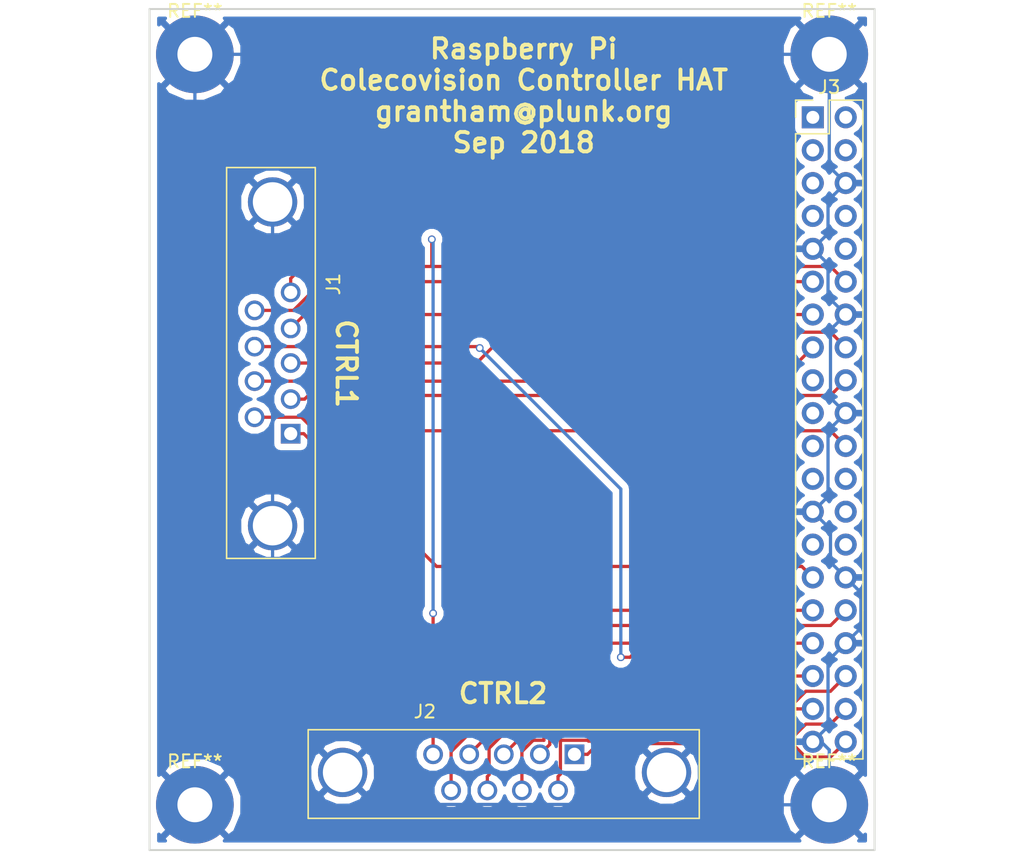
<source format=kicad_pcb>
(kicad_pcb (version 4) (host pcbnew 4.0.6)

  (general
    (links 33)
    (no_connects 0)
    (area 115.871429 55.675 195.128572 122.425)
    (thickness 1.6)
    (drawings 7)
    (tracks 146)
    (zones 0)
    (modules 7)
    (nets 34)
  )

  (page A4)
  (layers
    (0 F.Cu signal)
    (31 B.Cu signal)
    (32 B.Adhes user)
    (33 F.Adhes user)
    (34 B.Paste user)
    (35 F.Paste user)
    (36 B.SilkS user)
    (37 F.SilkS user)
    (38 B.Mask user)
    (39 F.Mask user)
    (40 Dwgs.User user)
    (41 Cmts.User user)
    (42 Eco1.User user)
    (43 Eco2.User user)
    (44 Edge.Cuts user)
    (45 Margin user)
    (46 B.CrtYd user)
    (47 F.CrtYd user)
    (48 B.Fab user)
    (49 F.Fab user)
  )

  (setup
    (last_trace_width 0.25)
    (trace_clearance 0.2)
    (zone_clearance 0.508)
    (zone_45_only no)
    (trace_min 0.2)
    (segment_width 0.2)
    (edge_width 0.15)
    (via_size 0.6)
    (via_drill 0.4)
    (via_min_size 0.4)
    (via_min_drill 0.3)
    (uvia_size 0.3)
    (uvia_drill 0.1)
    (uvias_allowed no)
    (uvia_min_size 0.2)
    (uvia_min_drill 0.1)
    (pcb_text_width 0.3)
    (pcb_text_size 1.5 1.5)
    (mod_edge_width 0.15)
    (mod_text_size 1 1)
    (mod_text_width 0.15)
    (pad_size 6 6)
    (pad_drill 2.7)
    (pad_to_mask_clearance 0.2)
    (aux_axis_origin 0 0)
    (visible_elements FFFFFF7F)
    (pcbplotparams
      (layerselection 0x010f0_80000001)
      (usegerberextensions true)
      (excludeedgelayer true)
      (linewidth 0.100000)
      (plotframeref false)
      (viasonmask false)
      (mode 1)
      (useauxorigin false)
      (hpglpennumber 1)
      (hpglpenspeed 20)
      (hpglpendiameter 15)
      (hpglpenoverlay 2)
      (psnegative false)
      (psa4output false)
      (plotreference true)
      (plotvalue false)
      (plotinvisibletext false)
      (padsonsilk false)
      (subtractmaskfromsilk false)
      (outputformat 1)
      (mirror false)
      (drillshape 0)
      (scaleselection 1)
      (outputdirectory gerber))
  )

  (net 0 "")
  (net 1 GND)
  (net 2 N1)
  (net 3 S1)
  (net 4 W1)
  (net 5 E1)
  (net 6 SELECT_KEYPAD)
  (net 7 FIRE1)
  (net 8 QUADA1)
  (net 9 SELECT_JOYSTICK)
  (net 10 QUADB1)
  (net 11 N2)
  (net 12 S2)
  (net 13 W2)
  (net 14 E2)
  (net 15 FIRE2)
  (net 16 QUADA2)
  (net 17 QUADB2)
  (net 18 "Net-(J3-Pad1)")
  (net 19 "Net-(J3-Pad2)")
  (net 20 "Net-(J3-Pad3)")
  (net 21 "Net-(J3-Pad4)")
  (net 22 "Net-(J3-Pad5)")
  (net 23 "Net-(J3-Pad7)")
  (net 24 "Net-(J3-Pad8)")
  (net 25 "Net-(J3-Pad10)")
  (net 26 "Net-(J3-Pad17)")
  (net 27 "Net-(J3-Pad19)")
  (net 28 "Net-(J3-Pad21)")
  (net 29 "Net-(J3-Pad23)")
  (net 30 "Net-(J3-Pad24)")
  (net 31 "Net-(J3-Pad26)")
  (net 32 "Net-(J3-Pad27)")
  (net 33 "Net-(J3-Pad28)")

  (net_class Default "This is the default net class."
    (clearance 0.2)
    (trace_width 0.25)
    (via_dia 0.6)
    (via_drill 0.4)
    (uvia_dia 0.3)
    (uvia_drill 0.1)
    (add_net E1)
    (add_net E2)
    (add_net FIRE1)
    (add_net FIRE2)
    (add_net GND)
    (add_net N1)
    (add_net N2)
    (add_net "Net-(J3-Pad1)")
    (add_net "Net-(J3-Pad10)")
    (add_net "Net-(J3-Pad17)")
    (add_net "Net-(J3-Pad19)")
    (add_net "Net-(J3-Pad2)")
    (add_net "Net-(J3-Pad21)")
    (add_net "Net-(J3-Pad23)")
    (add_net "Net-(J3-Pad24)")
    (add_net "Net-(J3-Pad26)")
    (add_net "Net-(J3-Pad27)")
    (add_net "Net-(J3-Pad28)")
    (add_net "Net-(J3-Pad3)")
    (add_net "Net-(J3-Pad4)")
    (add_net "Net-(J3-Pad5)")
    (add_net "Net-(J3-Pad7)")
    (add_net "Net-(J3-Pad8)")
    (add_net QUADA1)
    (add_net QUADA2)
    (add_net QUADB1)
    (add_net QUADB2)
    (add_net S1)
    (add_net S2)
    (add_net SELECT_JOYSTICK)
    (add_net SELECT_KEYPAD)
    (add_net W1)
    (add_net W2)
  )

  (module Mounting_Holes:MountingHole_2.7mm_M2.5_DIN965_Pad (layer F.Cu) (tedit 5BAFCBC2) (tstamp 5BAFC2E0)
    (at 131 118)
    (descr "Mounting Hole 2.7mm, M2.5, DIN965")
    (tags "mounting hole 2.7mm m2.5 din965")
    (fp_text reference REF** (at 0 -3.35) (layer F.SilkS)
      (effects (font (size 1 1) (thickness 0.15)))
    )
    (fp_text value MountingHole_2.7mm_M2.5_DIN965_Pad (at 0 3.35) (layer F.Fab)
      (effects (font (size 1 1) (thickness 0.15)))
    )
    (fp_circle (center 0 0) (end 2.35 0) (layer Cmts.User) (width 0.15))
    (fp_circle (center 0 0) (end 2.6 0) (layer F.CrtYd) (width 0.05))
    (pad 1 thru_hole circle (at 0 0) (size 6 6) (drill 2.7) (layers *.Cu *.Mask)
      (net 1 GND))
  )

  (module Mounting_Holes:MountingHole_2.7mm_M2.5_DIN965_Pad (layer F.Cu) (tedit 5BAFCB9A) (tstamp 5BAFC2A8)
    (at 131 60)
    (descr "Mounting Hole 2.7mm, M2.5, DIN965")
    (tags "mounting hole 2.7mm m2.5 din965")
    (fp_text reference REF** (at 0 -3.35) (layer F.SilkS)
      (effects (font (size 1 1) (thickness 0.15)))
    )
    (fp_text value MountingHole_2.7mm_M2.5_DIN965_Pad (at 0 3.35) (layer F.Fab)
      (effects (font (size 1 1) (thickness 0.15)))
    )
    (fp_circle (center 0 0) (end 2.35 0) (layer Cmts.User) (width 0.15))
    (fp_circle (center 0 0) (end 2.6 0) (layer F.CrtYd) (width 0.05))
    (pad 1 thru_hole circle (at 0 0) (size 6 6) (drill 2.7) (layers *.Cu *.Mask)
      (net 1 GND))
  )

  (module Mounting_Holes:MountingHole_2.7mm_M2.5_DIN965_Pad (layer F.Cu) (tedit 5BAFCBB8) (tstamp 5BAFC1ED)
    (at 180 118)
    (descr "Mounting Hole 2.7mm, M2.5, DIN965")
    (tags "mounting hole 2.7mm m2.5 din965")
    (fp_text reference REF** (at 0 -3.35) (layer F.SilkS)
      (effects (font (size 1 1) (thickness 0.15)))
    )
    (fp_text value MountingHole_2.7mm_M2.5_DIN965_Pad (at 0 3.35) (layer F.Fab)
      (effects (font (size 1 1) (thickness 0.15)))
    )
    (fp_circle (center 0 0) (end 2.35 0) (layer Cmts.User) (width 0.15))
    (fp_circle (center 0 0) (end 2.6 0) (layer F.CrtYd) (width 0.05))
    (pad 1 thru_hole circle (at 0 0) (size 6 6) (drill 2.7) (layers *.Cu *.Mask)
      (net 1 GND))
  )

  (module Connectors:DB9FD (layer F.Cu) (tedit 587FDEBE) (tstamp 5BAFC143)
    (at 138.4 89.32 270)
    (descr "Connecteur DB9 femelle droit")
    (tags "CONN DB9")
    (path /5BAF9A20)
    (fp_text reference J1 (at -11.56 -3.3 450) (layer F.SilkS)
      (effects (font (size 1 1) (thickness 0.15)))
    )
    (fp_text value CTRL1 (at 0.63 -3.3 270) (layer F.Fab)
      (effects (font (size 1 1) (thickness 0.15)))
    )
    (fp_line (start -20.45 -1.78) (end -20.45 4.83) (layer F.Fab) (width 0.1))
    (fp_line (start -20.45 4.83) (end 9.53 4.83) (layer F.Fab) (width 0.1))
    (fp_line (start 9.53 4.83) (end 9.53 -1.78) (layer F.Fab) (width 0.1))
    (fp_line (start 9.53 -1.78) (end -20.45 -1.78) (layer F.Fab) (width 0.1))
    (fp_line (start -20.7 -2.03) (end 9.78 -2.03) (layer F.CrtYd) (width 0.05))
    (fp_line (start -20.7 -2.03) (end -20.7 5.08) (layer F.CrtYd) (width 0.05))
    (fp_line (start 9.78 5.08) (end 9.78 -2.03) (layer F.CrtYd) (width 0.05))
    (fp_line (start 9.78 5.08) (end -20.7 5.08) (layer F.CrtYd) (width 0.05))
    (fp_line (start -20.57 -1.9) (end 9.64 -1.9) (layer F.SilkS) (width 0.12))
    (fp_line (start -20.57 -1.9) (end -20.57 4.95) (layer F.SilkS) (width 0.12))
    (fp_line (start 9.64 4.95) (end 9.64 -1.9) (layer F.SilkS) (width 0.12))
    (fp_line (start 9.64 4.95) (end -20.57 4.95) (layer F.SilkS) (width 0.12))
    (pad 0 thru_hole circle (at -17.91 1.4 270) (size 3.81 3.81) (drill 3.05) (layers *.Cu *.Mask)
      (net 1 GND))
    (pad 0 thru_hole circle (at 7.11 1.4 270) (size 3.81 3.81) (drill 3.05) (layers *.Cu *.Mask)
      (net 1 GND))
    (pad 1 thru_hole rect (at 0 0 270) (size 1.52 1.52) (drill 1.02) (layers *.Cu *.Mask)
      (net 2 N1))
    (pad 2 thru_hole circle (at -2.67 0 270) (size 1.52 1.52) (drill 1.02) (layers *.Cu *.Mask)
      (net 3 S1))
    (pad 3 thru_hole circle (at -5.46 0 270) (size 1.52 1.52) (drill 1.02) (layers *.Cu *.Mask)
      (net 4 W1))
    (pad 4 thru_hole circle (at -8.13 0 270) (size 1.52 1.52) (drill 1.02) (layers *.Cu *.Mask)
      (net 5 E1))
    (pad 5 thru_hole circle (at -10.92 0 270) (size 1.52 1.52) (drill 1.02) (layers *.Cu *.Mask)
      (net 6 SELECT_KEYPAD))
    (pad 6 thru_hole circle (at -1.27 2.79 270) (size 1.52 1.52) (drill 1.02) (layers *.Cu *.Mask)
      (net 7 FIRE1))
    (pad 7 thru_hole circle (at -4.06 2.79 270) (size 1.52 1.52) (drill 1.02) (layers *.Cu *.Mask)
      (net 8 QUADA1))
    (pad 8 thru_hole circle (at -6.73 2.79 270) (size 1.52 1.52) (drill 1.02) (layers *.Cu *.Mask)
      (net 9 SELECT_JOYSTICK))
    (pad 9 thru_hole circle (at -9.53 2.79 270) (size 1.52 1.52) (drill 1.02) (layers *.Cu *.Mask)
      (net 10 QUADB1))
    (model ${KISYS3DMOD}/Connectors.3dshapes/DB9FD.wrl
      (at (xyz -0.2086614173228347 -0.05118110236220473 0))
      (scale (xyz 1 1 1))
      (rotate (xyz 0 0 0))
    )
  )

  (module Connectors:DB9FD (layer F.Cu) (tedit 587FDEBE) (tstamp 5BAFC152)
    (at 160.32 114.1)
    (descr "Connecteur DB9 femelle droit")
    (tags "CONN DB9")
    (path /5BAF9AF6)
    (fp_text reference J2 (at -11.56 -3.3 180) (layer F.SilkS)
      (effects (font (size 1 1) (thickness 0.15)))
    )
    (fp_text value CTRL2 (at 0.63 -3.3) (layer F.Fab)
      (effects (font (size 1 1) (thickness 0.15)))
    )
    (fp_line (start -20.45 -1.78) (end -20.45 4.83) (layer F.Fab) (width 0.1))
    (fp_line (start -20.45 4.83) (end 9.53 4.83) (layer F.Fab) (width 0.1))
    (fp_line (start 9.53 4.83) (end 9.53 -1.78) (layer F.Fab) (width 0.1))
    (fp_line (start 9.53 -1.78) (end -20.45 -1.78) (layer F.Fab) (width 0.1))
    (fp_line (start -20.7 -2.03) (end 9.78 -2.03) (layer F.CrtYd) (width 0.05))
    (fp_line (start -20.7 -2.03) (end -20.7 5.08) (layer F.CrtYd) (width 0.05))
    (fp_line (start 9.78 5.08) (end 9.78 -2.03) (layer F.CrtYd) (width 0.05))
    (fp_line (start 9.78 5.08) (end -20.7 5.08) (layer F.CrtYd) (width 0.05))
    (fp_line (start -20.57 -1.9) (end 9.64 -1.9) (layer F.SilkS) (width 0.12))
    (fp_line (start -20.57 -1.9) (end -20.57 4.95) (layer F.SilkS) (width 0.12))
    (fp_line (start 9.64 4.95) (end 9.64 -1.9) (layer F.SilkS) (width 0.12))
    (fp_line (start 9.64 4.95) (end -20.57 4.95) (layer F.SilkS) (width 0.12))
    (pad 0 thru_hole circle (at -17.91 1.4) (size 3.81 3.81) (drill 3.05) (layers *.Cu *.Mask)
      (net 1 GND))
    (pad 0 thru_hole circle (at 7.11 1.4) (size 3.81 3.81) (drill 3.05) (layers *.Cu *.Mask)
      (net 1 GND))
    (pad 1 thru_hole rect (at 0 0) (size 1.52 1.52) (drill 1.02) (layers *.Cu *.Mask)
      (net 11 N2))
    (pad 2 thru_hole circle (at -2.67 0) (size 1.52 1.52) (drill 1.02) (layers *.Cu *.Mask)
      (net 12 S2))
    (pad 3 thru_hole circle (at -5.46 0) (size 1.52 1.52) (drill 1.02) (layers *.Cu *.Mask)
      (net 13 W2))
    (pad 4 thru_hole circle (at -8.13 0) (size 1.52 1.52) (drill 1.02) (layers *.Cu *.Mask)
      (net 14 E2))
    (pad 5 thru_hole circle (at -10.92 0) (size 1.52 1.52) (drill 1.02) (layers *.Cu *.Mask)
      (net 6 SELECT_KEYPAD))
    (pad 6 thru_hole circle (at -1.27 2.79) (size 1.52 1.52) (drill 1.02) (layers *.Cu *.Mask)
      (net 15 FIRE2))
    (pad 7 thru_hole circle (at -4.06 2.79) (size 1.52 1.52) (drill 1.02) (layers *.Cu *.Mask)
      (net 16 QUADA2))
    (pad 8 thru_hole circle (at -6.73 2.79) (size 1.52 1.52) (drill 1.02) (layers *.Cu *.Mask)
      (net 9 SELECT_JOYSTICK))
    (pad 9 thru_hole circle (at -9.53 2.79) (size 1.52 1.52) (drill 1.02) (layers *.Cu *.Mask)
      (net 17 QUADB2))
    (model ${KISYS3DMOD}/Connectors.3dshapes/DB9FD.wrl
      (at (xyz -0.2086614173228347 -0.05118110236220473 0))
      (scale (xyz 1 1 1))
      (rotate (xyz 0 0 0))
    )
  )

  (module Pin_Headers:Pin_Header_Straight_2x20_Pitch2.54mm (layer F.Cu) (tedit 59650533) (tstamp 5BAFC17E)
    (at 178.73 64.87)
    (descr "Through hole straight pin header, 2x20, 2.54mm pitch, double rows")
    (tags "Through hole pin header THT 2x20 2.54mm double row")
    (path /5BAFA0F9)
    (fp_text reference J3 (at 1.27 -2.33) (layer F.SilkS)
      (effects (font (size 1 1) (thickness 0.15)))
    )
    (fp_text value PI_HEADER (at 1.27 50.59) (layer F.Fab)
      (effects (font (size 1 1) (thickness 0.15)))
    )
    (fp_line (start 0 -1.27) (end 3.81 -1.27) (layer F.Fab) (width 0.1))
    (fp_line (start 3.81 -1.27) (end 3.81 49.53) (layer F.Fab) (width 0.1))
    (fp_line (start 3.81 49.53) (end -1.27 49.53) (layer F.Fab) (width 0.1))
    (fp_line (start -1.27 49.53) (end -1.27 0) (layer F.Fab) (width 0.1))
    (fp_line (start -1.27 0) (end 0 -1.27) (layer F.Fab) (width 0.1))
    (fp_line (start -1.33 49.59) (end 3.87 49.59) (layer F.SilkS) (width 0.12))
    (fp_line (start -1.33 1.27) (end -1.33 49.59) (layer F.SilkS) (width 0.12))
    (fp_line (start 3.87 -1.33) (end 3.87 49.59) (layer F.SilkS) (width 0.12))
    (fp_line (start -1.33 1.27) (end 1.27 1.27) (layer F.SilkS) (width 0.12))
    (fp_line (start 1.27 1.27) (end 1.27 -1.33) (layer F.SilkS) (width 0.12))
    (fp_line (start 1.27 -1.33) (end 3.87 -1.33) (layer F.SilkS) (width 0.12))
    (fp_line (start -1.33 0) (end -1.33 -1.33) (layer F.SilkS) (width 0.12))
    (fp_line (start -1.33 -1.33) (end 0 -1.33) (layer F.SilkS) (width 0.12))
    (fp_line (start -1.8 -1.8) (end -1.8 50.05) (layer F.CrtYd) (width 0.05))
    (fp_line (start -1.8 50.05) (end 4.35 50.05) (layer F.CrtYd) (width 0.05))
    (fp_line (start 4.35 50.05) (end 4.35 -1.8) (layer F.CrtYd) (width 0.05))
    (fp_line (start 4.35 -1.8) (end -1.8 -1.8) (layer F.CrtYd) (width 0.05))
    (fp_text user %R (at 1.27 24.13 90) (layer F.Fab)
      (effects (font (size 1 1) (thickness 0.15)))
    )
    (pad 1 thru_hole rect (at 0 0) (size 1.7 1.7) (drill 1) (layers *.Cu *.Mask)
      (net 18 "Net-(J3-Pad1)"))
    (pad 2 thru_hole oval (at 2.54 0) (size 1.7 1.7) (drill 1) (layers *.Cu *.Mask)
      (net 19 "Net-(J3-Pad2)"))
    (pad 3 thru_hole oval (at 0 2.54) (size 1.7 1.7) (drill 1) (layers *.Cu *.Mask)
      (net 20 "Net-(J3-Pad3)"))
    (pad 4 thru_hole oval (at 2.54 2.54) (size 1.7 1.7) (drill 1) (layers *.Cu *.Mask)
      (net 21 "Net-(J3-Pad4)"))
    (pad 5 thru_hole oval (at 0 5.08) (size 1.7 1.7) (drill 1) (layers *.Cu *.Mask)
      (net 22 "Net-(J3-Pad5)"))
    (pad 6 thru_hole oval (at 2.54 5.08) (size 1.7 1.7) (drill 1) (layers *.Cu *.Mask)
      (net 1 GND))
    (pad 7 thru_hole oval (at 0 7.62) (size 1.7 1.7) (drill 1) (layers *.Cu *.Mask)
      (net 23 "Net-(J3-Pad7)"))
    (pad 8 thru_hole oval (at 2.54 7.62) (size 1.7 1.7) (drill 1) (layers *.Cu *.Mask)
      (net 24 "Net-(J3-Pad8)"))
    (pad 9 thru_hole oval (at 0 10.16) (size 1.7 1.7) (drill 1) (layers *.Cu *.Mask)
      (net 1 GND))
    (pad 10 thru_hole oval (at 2.54 10.16) (size 1.7 1.7) (drill 1) (layers *.Cu *.Mask)
      (net 25 "Net-(J3-Pad10)"))
    (pad 11 thru_hole oval (at 0 12.7) (size 1.7 1.7) (drill 1) (layers *.Cu *.Mask)
      (net 10 QUADB1))
    (pad 12 thru_hole oval (at 2.54 12.7) (size 1.7 1.7) (drill 1) (layers *.Cu *.Mask)
      (net 6 SELECT_KEYPAD))
    (pad 13 thru_hole oval (at 0 15.24) (size 1.7 1.7) (drill 1) (layers *.Cu *.Mask)
      (net 5 E1))
    (pad 14 thru_hole oval (at 2.54 15.24) (size 1.7 1.7) (drill 1) (layers *.Cu *.Mask)
      (net 1 GND))
    (pad 15 thru_hole oval (at 0 17.78) (size 1.7 1.7) (drill 1) (layers *.Cu *.Mask)
      (net 8 QUADA1))
    (pad 16 thru_hole oval (at 2.54 17.78) (size 1.7 1.7) (drill 1) (layers *.Cu *.Mask)
      (net 4 W1))
    (pad 17 thru_hole oval (at 0 20.32) (size 1.7 1.7) (drill 1) (layers *.Cu *.Mask)
      (net 26 "Net-(J3-Pad17)"))
    (pad 18 thru_hole oval (at 2.54 20.32) (size 1.7 1.7) (drill 1) (layers *.Cu *.Mask)
      (net 3 S1))
    (pad 19 thru_hole oval (at 0 22.86) (size 1.7 1.7) (drill 1) (layers *.Cu *.Mask)
      (net 27 "Net-(J3-Pad19)"))
    (pad 20 thru_hole oval (at 2.54 22.86) (size 1.7 1.7) (drill 1) (layers *.Cu *.Mask)
      (net 1 GND))
    (pad 21 thru_hole oval (at 0 25.4) (size 1.7 1.7) (drill 1) (layers *.Cu *.Mask)
      (net 28 "Net-(J3-Pad21)"))
    (pad 22 thru_hole oval (at 2.54 25.4) (size 1.7 1.7) (drill 1) (layers *.Cu *.Mask)
      (net 7 FIRE1))
    (pad 23 thru_hole oval (at 0 27.94) (size 1.7 1.7) (drill 1) (layers *.Cu *.Mask)
      (net 29 "Net-(J3-Pad23)"))
    (pad 24 thru_hole oval (at 2.54 27.94) (size 1.7 1.7) (drill 1) (layers *.Cu *.Mask)
      (net 30 "Net-(J3-Pad24)"))
    (pad 25 thru_hole oval (at 0 30.48) (size 1.7 1.7) (drill 1) (layers *.Cu *.Mask)
      (net 1 GND))
    (pad 26 thru_hole oval (at 2.54 30.48) (size 1.7 1.7) (drill 1) (layers *.Cu *.Mask)
      (net 31 "Net-(J3-Pad26)"))
    (pad 27 thru_hole oval (at 0 33.02) (size 1.7 1.7) (drill 1) (layers *.Cu *.Mask)
      (net 32 "Net-(J3-Pad27)"))
    (pad 28 thru_hole oval (at 2.54 33.02) (size 1.7 1.7) (drill 1) (layers *.Cu *.Mask)
      (net 33 "Net-(J3-Pad28)"))
    (pad 29 thru_hole oval (at 0 35.56) (size 1.7 1.7) (drill 1) (layers *.Cu *.Mask)
      (net 2 N1))
    (pad 30 thru_hole oval (at 2.54 35.56) (size 1.7 1.7) (drill 1) (layers *.Cu *.Mask)
      (net 1 GND))
    (pad 31 thru_hole oval (at 0 38.1) (size 1.7 1.7) (drill 1) (layers *.Cu *.Mask)
      (net 17 QUADB2))
    (pad 32 thru_hole oval (at 2.54 38.1) (size 1.7 1.7) (drill 1) (layers *.Cu *.Mask)
      (net 14 E2))
    (pad 33 thru_hole oval (at 0 40.64) (size 1.7 1.7) (drill 1) (layers *.Cu *.Mask)
      (net 9 SELECT_JOYSTICK))
    (pad 34 thru_hole oval (at 2.54 40.64) (size 1.7 1.7) (drill 1) (layers *.Cu *.Mask)
      (net 1 GND))
    (pad 35 thru_hole oval (at 0 43.18) (size 1.7 1.7) (drill 1) (layers *.Cu *.Mask)
      (net 13 W2))
    (pad 36 thru_hole oval (at 2.54 43.18) (size 1.7 1.7) (drill 1) (layers *.Cu *.Mask)
      (net 16 QUADA2))
    (pad 37 thru_hole oval (at 0 45.72) (size 1.7 1.7) (drill 1) (layers *.Cu *.Mask)
      (net 12 S2))
    (pad 38 thru_hole oval (at 2.54 45.72) (size 1.7 1.7) (drill 1) (layers *.Cu *.Mask)
      (net 15 FIRE2))
    (pad 39 thru_hole oval (at 0 48.26) (size 1.7 1.7) (drill 1) (layers *.Cu *.Mask)
      (net 1 GND))
    (pad 40 thru_hole oval (at 2.54 48.26) (size 1.7 1.7) (drill 1) (layers *.Cu *.Mask)
      (net 11 N2))
    (model ${KISYS3DMOD}/Pin_Headers.3dshapes/Pin_Header_Straight_2x20_Pitch2.54mm.wrl
      (at (xyz 0 0 0))
      (scale (xyz 1 1 1))
      (rotate (xyz 0 0 0))
    )
  )

  (module Mounting_Holes:MountingHole_2.7mm_M2.5_DIN965_Pad (layer F.Cu) (tedit 5BAFCBB0) (tstamp 5BAFC1E9)
    (at 180 60)
    (descr "Mounting Hole 2.7mm, M2.5, DIN965")
    (tags "mounting hole 2.7mm m2.5 din965")
    (fp_text reference REF** (at 0 -3.35) (layer F.SilkS)
      (effects (font (size 1 1) (thickness 0.15)))
    )
    (fp_text value MountingHole_2.7mm_M2.5_DIN965_Pad (at 0 3.35) (layer F.Fab)
      (effects (font (size 1 1) (thickness 0.15)))
    )
    (fp_circle (center 0 0) (end 2.35 0) (layer Cmts.User) (width 0.15))
    (fp_circle (center 0 0) (end 2.6 0) (layer F.CrtYd) (width 0.05))
    (pad 1 thru_hole circle (at 0 0) (size 6 6) (drill 2.7) (layers *.Cu *.Mask)
      (net 1 GND))
  )

  (gr_text "Raspberry Pi\nColecovision Controller HAT\ngrantham@plunk.org\nSep 2018" (at 156.4 63.2) (layer F.SilkS)
    (effects (font (size 1.5 1.5) (thickness 0.3)))
  )
  (gr_text CTRL2 (at 154.8 109.4) (layer F.SilkS) (tstamp 5BAFD7A5)
    (effects (font (size 1.5 1.5) (thickness 0.3)))
  )
  (gr_text CTRL1 (at 142.7 83.9 270) (layer F.SilkS)
    (effects (font (size 1.5 1.5) (thickness 0.3)))
  )
  (gr_line (start 127.5 56.5) (end 183.5 56.5) (layer Edge.Cuts) (width 0.15))
  (gr_line (start 127.5 56.5) (end 127.5 121.5) (layer Edge.Cuts) (width 0.15))
  (gr_line (start 127.5 121.5) (end 183.5 121.5) (layer Edge.Cuts) (width 0.15))
  (gr_line (start 183.5 56.5) (end 183.5 121.5) (layer Edge.Cuts) (width 0.15))

  (segment (start 180 60) (end 180 68.68) (width 0.25) (layer B.Cu) (net 1))
  (segment (start 180 68.68) (end 181.27 69.95) (width 0.25) (layer B.Cu) (net 1))
  (segment (start 178.73 75.03) (end 179.905001 73.854999) (width 0.25) (layer B.Cu) (net 1))
  (segment (start 179.905001 73.854999) (end 179.905001 71.314999) (width 0.25) (layer B.Cu) (net 1))
  (segment (start 179.905001 71.314999) (end 180.420001 70.799999) (width 0.25) (layer B.Cu) (net 1))
  (segment (start 180.420001 70.799999) (end 181.27 69.95) (width 0.25) (layer B.Cu) (net 1))
  (segment (start 181.27 80.11) (end 179.905001 78.745001) (width 0.25) (layer B.Cu) (net 1))
  (segment (start 179.905001 78.745001) (end 179.905001 76.205001) (width 0.25) (layer B.Cu) (net 1))
  (segment (start 179.905001 76.205001) (end 179.579999 75.879999) (width 0.25) (layer B.Cu) (net 1))
  (segment (start 179.579999 75.879999) (end 178.73 75.03) (width 0.25) (layer B.Cu) (net 1))
  (segment (start 181.27 87.73) (end 180.094999 86.554999) (width 0.25) (layer B.Cu) (net 1))
  (segment (start 180.420001 80.959999) (end 181.27 80.11) (width 0.25) (layer B.Cu) (net 1))
  (segment (start 180.094999 86.554999) (end 180.094999 81.285001) (width 0.25) (layer B.Cu) (net 1))
  (segment (start 180.094999 81.285001) (end 180.420001 80.959999) (width 0.25) (layer B.Cu) (net 1))
  (segment (start 178.73 95.35) (end 179.905001 94.174999) (width 0.25) (layer B.Cu) (net 1))
  (segment (start 179.905001 94.174999) (end 179.905001 89.094999) (width 0.25) (layer B.Cu) (net 1))
  (segment (start 179.905001 89.094999) (end 180.420001 88.579999) (width 0.25) (layer B.Cu) (net 1))
  (segment (start 180.420001 88.579999) (end 181.27 87.73) (width 0.25) (layer B.Cu) (net 1))
  (segment (start 181.27 100.43) (end 180.094999 99.254999) (width 0.25) (layer B.Cu) (net 1))
  (segment (start 180.094999 99.254999) (end 180.094999 96.714999) (width 0.25) (layer B.Cu) (net 1))
  (segment (start 180.094999 96.714999) (end 179.579999 96.199999) (width 0.25) (layer B.Cu) (net 1))
  (segment (start 179.579999 96.199999) (end 178.73 95.35) (width 0.25) (layer B.Cu) (net 1))
  (segment (start 181.27 105.51) (end 182.445001 104.334999) (width 0.25) (layer B.Cu) (net 1))
  (segment (start 182.445001 104.334999) (end 182.445001 101.605001) (width 0.25) (layer B.Cu) (net 1))
  (segment (start 182.445001 101.605001) (end 182.119999 101.279999) (width 0.25) (layer B.Cu) (net 1))
  (segment (start 182.119999 101.279999) (end 181.27 100.43) (width 0.25) (layer B.Cu) (net 1))
  (segment (start 178.73 113.13) (end 179.905001 111.954999) (width 0.25) (layer B.Cu) (net 1))
  (segment (start 179.905001 111.954999) (end 179.905001 106.874999) (width 0.25) (layer B.Cu) (net 1))
  (segment (start 179.905001 106.874999) (end 180.420001 106.359999) (width 0.25) (layer B.Cu) (net 1))
  (segment (start 180.420001 106.359999) (end 181.27 105.51) (width 0.25) (layer B.Cu) (net 1))
  (segment (start 180 118) (end 180 113.75736) (width 0.25) (layer B.Cu) (net 1))
  (segment (start 180 113.75736) (end 179.37264 113.13) (width 0.25) (layer B.Cu) (net 1))
  (segment (start 179.37264 113.13) (end 178.73 113.13) (width 0.25) (layer B.Cu) (net 1))
  (segment (start 180 118) (end 169.93 118) (width 0.25) (layer B.Cu) (net 1))
  (segment (start 169.93 118) (end 167.43 115.5) (width 0.25) (layer B.Cu) (net 1))
  (segment (start 142.41 115.5) (end 144.885001 117.975001) (width 0.25) (layer B.Cu) (net 1))
  (segment (start 165.525001 117.404999) (end 167.43 115.5) (width 0.25) (layer B.Cu) (net 1))
  (segment (start 144.885001 117.975001) (end 164.954999 117.975001) (width 0.25) (layer B.Cu) (net 1))
  (segment (start 164.954999 117.975001) (end 165.525001 117.404999) (width 0.25) (layer B.Cu) (net 1))
  (segment (start 142.41 115.5) (end 138.91 112) (width 0.25) (layer B.Cu) (net 1))
  (segment (start 138.91 112) (end 137 112) (width 0.25) (layer B.Cu) (net 1))
  (segment (start 137 96.43) (end 137 112) (width 0.25) (layer B.Cu) (net 1))
  (segment (start 137 112) (end 131 118) (width 0.25) (layer B.Cu) (net 1))
  (segment (start 137 71.41) (end 137 96.43) (width 0.25) (layer B.Cu) (net 1))
  (segment (start 131 60) (end 131 65.41) (width 0.25) (layer B.Cu) (net 1))
  (segment (start 131 65.41) (end 137 71.41) (width 0.25) (layer B.Cu) (net 1))
  (segment (start 131 60) (end 180 60) (width 0.25) (layer B.Cu) (net 1))
  (segment (start 178.73 100.43) (end 177.880001 99.580001) (width 0.25) (layer F.Cu) (net 2))
  (segment (start 177.880001 99.580001) (end 149.670001 99.580001) (width 0.25) (layer F.Cu) (net 2))
  (segment (start 139.41 89.32) (end 138.4 89.32) (width 0.25) (layer F.Cu) (net 2))
  (segment (start 149.670001 99.580001) (end 139.41 89.32) (width 0.25) (layer F.Cu) (net 2))
  (segment (start 138.4 86.65) (end 139.474802 86.65) (width 0.25) (layer F.Cu) (net 3))
  (segment (start 139.474802 86.65) (end 139.759801 86.365001) (width 0.25) (layer F.Cu) (net 3))
  (segment (start 139.759801 86.365001) (end 180.094999 86.365001) (width 0.25) (layer F.Cu) (net 3))
  (segment (start 180.094999 86.365001) (end 180.420001 86.039999) (width 0.25) (layer F.Cu) (net 3))
  (segment (start 180.420001 86.039999) (end 181.27 85.19) (width 0.25) (layer F.Cu) (net 3))
  (segment (start 155.150005 81.474999) (end 180.094999 81.474999) (width 0.25) (layer F.Cu) (net 4))
  (segment (start 180.420001 81.800001) (end 181.27 82.65) (width 0.25) (layer F.Cu) (net 4))
  (segment (start 152.765004 83.86) (end 155.150005 81.474999) (width 0.25) (layer F.Cu) (net 4))
  (segment (start 138.4 83.86) (end 152.765004 83.86) (width 0.25) (layer F.Cu) (net 4))
  (segment (start 180.094999 81.474999) (end 180.420001 81.800001) (width 0.25) (layer F.Cu) (net 4))
  (segment (start 138.4 81.19) (end 139.48 80.11) (width 0.25) (layer F.Cu) (net 5))
  (segment (start 139.48 80.11) (end 178.73 80.11) (width 0.25) (layer F.Cu) (net 5))
  (segment (start 139.330199 76.394999) (end 149.4 76.394999) (width 0.25) (layer F.Cu) (net 6))
  (segment (start 149.4 76.394999) (end 180.094999 76.394999) (width 0.25) (layer F.Cu) (net 6))
  (segment (start 149.3 74.3) (end 149.3 76.294999) (width 0.25) (layer F.Cu) (net 6))
  (segment (start 149.3 76.294999) (end 149.4 76.394999) (width 0.25) (layer F.Cu) (net 6))
  (segment (start 149.4 103.2) (end 149.4 74.4) (width 0.25) (layer B.Cu) (net 6))
  (via (at 149.3 74.3) (size 0.6) (drill 0.4) (layers F.Cu B.Cu) (net 6))
  (segment (start 149.4 74.4) (end 149.3 74.3) (width 0.25) (layer B.Cu) (net 6))
  (segment (start 149.4 114.1) (end 149.4 103.2) (width 0.25) (layer F.Cu) (net 6))
  (via (at 149.4 103.2) (size 0.6) (drill 0.4) (layers F.Cu B.Cu) (net 6))
  (segment (start 138.4 78.4) (end 138.4 77.325198) (width 0.25) (layer F.Cu) (net 6))
  (segment (start 138.4 77.325198) (end 139.330199 76.394999) (width 0.25) (layer F.Cu) (net 6))
  (segment (start 180.094999 76.394999) (end 180.420001 76.720001) (width 0.25) (layer F.Cu) (net 6))
  (segment (start 180.420001 76.720001) (end 181.27 77.57) (width 0.25) (layer F.Cu) (net 6))
  (segment (start 135.61 88.05) (end 139.235002 88.05) (width 0.25) (layer F.Cu) (net 7))
  (segment (start 139.235002 88.05) (end 140.280001 89.094999) (width 0.25) (layer F.Cu) (net 7))
  (segment (start 140.280001 89.094999) (end 180.094999 89.094999) (width 0.25) (layer F.Cu) (net 7))
  (segment (start 180.094999 89.094999) (end 180.420001 89.420001) (width 0.25) (layer F.Cu) (net 7))
  (segment (start 180.420001 89.420001) (end 181.27 90.27) (width 0.25) (layer F.Cu) (net 7))
  (segment (start 135.61 85.26) (end 176.12 85.26) (width 0.25) (layer F.Cu) (net 8))
  (segment (start 176.12 85.26) (end 178.73 82.65) (width 0.25) (layer F.Cu) (net 8))
  (segment (start 161.844198 105.51) (end 165.7 105.51) (width 0.25) (layer F.Cu) (net 9))
  (segment (start 165.7 105.51) (end 177.527919 105.51) (width 0.25) (layer F.Cu) (net 9))
  (segment (start 163.9 106.6) (end 164.61 106.6) (width 0.25) (layer F.Cu) (net 9))
  (segment (start 164.61 106.6) (end 165.7 105.51) (width 0.25) (layer F.Cu) (net 9))
  (segment (start 153 82.7) (end 163.9 93.6) (width 0.25) (layer B.Cu) (net 9))
  (segment (start 163.9 93.6) (end 163.9 106.6) (width 0.25) (layer B.Cu) (net 9))
  (via (at 163.9 106.6) (size 0.6) (drill 0.4) (layers F.Cu B.Cu) (net 9))
  (segment (start 152.89 82.59) (end 153 82.7) (width 0.25) (layer F.Cu) (net 9))
  (segment (start 135.61 82.59) (end 152.89 82.59) (width 0.25) (layer F.Cu) (net 9))
  (via (at 153 82.7) (size 0.6) (drill 0.4) (layers F.Cu B.Cu) (net 9))
  (segment (start 153.59 115.815198) (end 153.725012 115.680186) (width 0.25) (layer F.Cu) (net 9))
  (segment (start 153.725012 115.680186) (end 153.725012 113.629186) (width 0.25) (layer F.Cu) (net 9))
  (segment (start 153.59 116.89) (end 153.59 115.815198) (width 0.25) (layer F.Cu) (net 9))
  (segment (start 177.527919 105.51) (end 178.73 105.51) (width 0.25) (layer F.Cu) (net 9))
  (segment (start 153.725012 113.629186) (end 161.844198 105.51) (width 0.25) (layer F.Cu) (net 9))
  (segment (start 135.61 79.79) (end 138.615802 79.79) (width 0.25) (layer F.Cu) (net 10))
  (segment (start 138.615802 79.79) (end 140.835802 77.57) (width 0.25) (layer F.Cu) (net 10))
  (segment (start 140.835802 77.57) (end 177.527919 77.57) (width 0.25) (layer F.Cu) (net 10))
  (segment (start 177.527919 77.57) (end 178.73 77.57) (width 0.25) (layer F.Cu) (net 10))
  (segment (start 160.32 114.1) (end 161.33 114.1) (width 0.25) (layer F.Cu) (net 11))
  (segment (start 161.33 114.1) (end 162.160001 113.269999) (width 0.25) (layer F.Cu) (net 11))
  (segment (start 162.160001 113.269999) (end 177.130997 113.269999) (width 0.25) (layer F.Cu) (net 11))
  (segment (start 177.130997 113.269999) (end 178.165999 114.305001) (width 0.25) (layer F.Cu) (net 11))
  (segment (start 178.165999 114.305001) (end 180.094999 114.305001) (width 0.25) (layer F.Cu) (net 11))
  (segment (start 180.094999 114.305001) (end 180.420001 113.979999) (width 0.25) (layer F.Cu) (net 11))
  (segment (start 180.420001 113.979999) (end 181.27 113.13) (width 0.25) (layer F.Cu) (net 11))
  (segment (start 177.527919 110.59) (end 178.73 110.59) (width 0.25) (layer F.Cu) (net 12))
  (segment (start 160.190608 110.59) (end 177.527919 110.59) (width 0.25) (layer F.Cu) (net 12))
  (segment (start 158.409999 112.370609) (end 160.190608 110.59) (width 0.25) (layer F.Cu) (net 12))
  (segment (start 158.409999 113.340001) (end 158.409999 112.370609) (width 0.25) (layer F.Cu) (net 12))
  (segment (start 157.65 114.1) (end 158.409999 113.340001) (width 0.25) (layer F.Cu) (net 12))
  (segment (start 154.86 114.1) (end 160.91 108.05) (width 0.25) (layer F.Cu) (net 13))
  (segment (start 160.91 108.05) (end 178.73 108.05) (width 0.25) (layer F.Cu) (net 13))
  (segment (start 180.420001 103.819999) (end 181.27 102.97) (width 0.25) (layer F.Cu) (net 14))
  (segment (start 180.094999 104.145001) (end 180.420001 103.819999) (width 0.25) (layer F.Cu) (net 14))
  (segment (start 162.144999 104.145001) (end 180.094999 104.145001) (width 0.25) (layer F.Cu) (net 14))
  (segment (start 152.19 114.1) (end 162.144999 104.145001) (width 0.25) (layer F.Cu) (net 14))
  (segment (start 159.05 115.815198) (end 159.05 116.89) (width 0.25) (layer F.Cu) (net 15))
  (segment (start 159.234999 115.630199) (end 159.05 115.815198) (width 0.25) (layer F.Cu) (net 15))
  (segment (start 161.713591 113.079999) (end 161.405001 113.079999) (width 0.25) (layer F.Cu) (net 15))
  (segment (start 178.191409 111.765001) (end 177.136421 112.819989) (width 0.25) (layer F.Cu) (net 15))
  (segment (start 180.094999 111.765001) (end 178.191409 111.765001) (width 0.25) (layer F.Cu) (net 15))
  (segment (start 161.405001 113.079999) (end 161.340001 113.014999) (width 0.25) (layer F.Cu) (net 15))
  (segment (start 161.340001 113.014999) (end 159.299999 113.014999) (width 0.25) (layer F.Cu) (net 15))
  (segment (start 159.299999 113.014999) (end 159.234999 113.079999) (width 0.25) (layer F.Cu) (net 15))
  (segment (start 159.234999 113.079999) (end 159.234999 115.630199) (width 0.25) (layer F.Cu) (net 15))
  (segment (start 181.27 110.59) (end 180.094999 111.765001) (width 0.25) (layer F.Cu) (net 15))
  (segment (start 177.136421 112.819989) (end 161.9736 112.81999) (width 0.25) (layer F.Cu) (net 15))
  (segment (start 161.9736 112.81999) (end 161.713591 113.079999) (width 0.25) (layer F.Cu) (net 15))
  (segment (start 180.094999 109.225001) (end 180.420001 108.899999) (width 0.25) (layer F.Cu) (net 16))
  (segment (start 178.191409 109.225001) (end 180.094999 109.225001) (width 0.25) (layer F.Cu) (net 16))
  (segment (start 177.27642 110.13999) (end 178.191409 109.225001) (width 0.25) (layer F.Cu) (net 16))
  (segment (start 180.420001 108.899999) (end 181.27 108.05) (width 0.25) (layer F.Cu) (net 16))
  (segment (start 157.95999 112.184208) (end 160.004208 110.13999) (width 0.25) (layer F.Cu) (net 16))
  (segment (start 157.959989 113.014999) (end 157.95999 112.184208) (width 0.25) (layer F.Cu) (net 16))
  (segment (start 157.129199 113.014999) (end 157.959989 113.014999) (width 0.25) (layer F.Cu) (net 16))
  (segment (start 156.26 113.884198) (end 157.129199 113.014999) (width 0.25) (layer F.Cu) (net 16))
  (segment (start 160.004208 110.13999) (end 177.27642 110.13999) (width 0.25) (layer F.Cu) (net 16))
  (segment (start 156.26 116.89) (end 156.26 113.884198) (width 0.25) (layer F.Cu) (net 16))
  (segment (start 150.79 116.89) (end 150.79 113.894198) (width 0.25) (layer F.Cu) (net 17))
  (segment (start 161.714198 102.97) (end 177.527919 102.97) (width 0.25) (layer F.Cu) (net 17))
  (segment (start 177.527919 102.97) (end 178.73 102.97) (width 0.25) (layer F.Cu) (net 17))
  (segment (start 150.79 113.894198) (end 161.714198 102.97) (width 0.25) (layer F.Cu) (net 17))

  (zone (net 1) (net_name GND) (layer B.Cu) (tstamp 0) (hatch edge 0.508)
    (connect_pads (clearance 0.508))
    (min_thickness 0.254)
    (fill yes (arc_segments 16) (thermal_gap 0.508) (thermal_bridge_width 0.508))
    (polygon
      (pts
        (xy 127.65 56.65) (xy 183.35 56.65) (xy 183.35 121.35) (xy 127.65 121.35)
      )
    )
    (filled_polygon
      (pts
        (xy 128.582975 57.40337) (xy 131 59.820395) (xy 133.417025 57.40337) (xy 133.277454 57.21) (xy 177.722546 57.21)
        (xy 177.582975 57.40337) (xy 180 59.820395) (xy 182.417025 57.40337) (xy 182.277454 57.21) (xy 182.79 57.21)
        (xy 182.79 57.722546) (xy 182.59663 57.582975) (xy 180.179605 60) (xy 182.59663 62.417025) (xy 182.79 62.277454)
        (xy 182.79 115.722546) (xy 182.59663 115.582975) (xy 180.179605 118) (xy 182.59663 120.417025) (xy 182.79 120.277454)
        (xy 182.79 120.79) (xy 182.277454 120.79) (xy 182.417025 120.59663) (xy 180 118.179605) (xy 177.582975 120.59663)
        (xy 177.722546 120.79) (xy 133.277454 120.79) (xy 133.417025 120.59663) (xy 131 118.179605) (xy 128.582975 120.59663)
        (xy 128.722546 120.79) (xy 128.21 120.79) (xy 128.21 120.277454) (xy 128.40337 120.417025) (xy 130.820395 118)
        (xy 131.179605 118) (xy 133.59663 120.417025) (xy 134.071277 120.074434) (xy 134.631342 118.7412) (xy 134.631523 118.704875)
        (xy 176.361432 118.704875) (xy 176.908146 120.043639) (xy 176.928723 120.074434) (xy 177.40337 120.417025) (xy 179.820395 118)
        (xy 177.40337 115.582975) (xy 176.928723 115.925566) (xy 176.368658 117.2588) (xy 176.361432 118.704875) (xy 134.631523 118.704875)
        (xy 134.638511 117.30644) (xy 140.783165 117.30644) (xy 140.992353 117.667289) (xy 141.92965 118.044824) (xy 142.940077 118.034933)
        (xy 143.827647 117.667289) (xy 144.036835 117.30644) (xy 143.89666 117.166265) (xy 149.394758 117.166265) (xy 149.606687 117.679172)
        (xy 149.998764 118.071934) (xy 150.5113 118.284758) (xy 151.066265 118.285242) (xy 151.579172 118.073313) (xy 151.971934 117.681236)
        (xy 152.184758 117.1687) (xy 152.18476 117.166265) (xy 152.194758 117.166265) (xy 152.406687 117.679172) (xy 152.798764 118.071934)
        (xy 153.3113 118.284758) (xy 153.866265 118.285242) (xy 154.379172 118.073313) (xy 154.771934 117.681236) (xy 154.925114 117.312338)
        (xy 155.076687 117.679172) (xy 155.468764 118.071934) (xy 155.9813 118.284758) (xy 156.536265 118.285242) (xy 157.049172 118.073313)
        (xy 157.441934 117.681236) (xy 157.654758 117.1687) (xy 157.65476 117.16627) (xy 157.866687 117.679172) (xy 158.258764 118.071934)
        (xy 158.7713 118.284758) (xy 159.326265 118.285242) (xy 159.839172 118.073313) (xy 160.231934 117.681236) (xy 160.387563 117.30644)
        (xy 165.803165 117.30644) (xy 166.012353 117.667289) (xy 166.94965 118.044824) (xy 167.960077 118.034933) (xy 168.847647 117.667289)
        (xy 169.056835 117.30644) (xy 167.43 115.679605) (xy 165.803165 117.30644) (xy 160.387563 117.30644) (xy 160.444758 117.1687)
        (xy 160.445242 116.613735) (xy 160.233313 116.100828) (xy 159.841236 115.708066) (xy 159.3287 115.495242) (xy 158.773735 115.494758)
        (xy 158.260828 115.706687) (xy 157.868066 116.098764) (xy 157.655242 116.6113) (xy 157.65524 116.61373) (xy 157.443313 116.100828)
        (xy 157.051236 115.708066) (xy 156.5387 115.495242) (xy 155.983735 115.494758) (xy 155.470828 115.706687) (xy 155.078066 116.098764)
        (xy 154.924886 116.467662) (xy 154.773313 116.100828) (xy 154.381236 115.708066) (xy 153.8687 115.495242) (xy 153.313735 115.494758)
        (xy 152.800828 115.706687) (xy 152.408066 116.098764) (xy 152.195242 116.6113) (xy 152.194758 117.166265) (xy 152.18476 117.166265)
        (xy 152.185242 116.613735) (xy 151.973313 116.100828) (xy 151.581236 115.708066) (xy 151.0687 115.495242) (xy 150.513735 115.494758)
        (xy 150.000828 115.706687) (xy 149.608066 116.098764) (xy 149.395242 116.6113) (xy 149.394758 117.166265) (xy 143.89666 117.166265)
        (xy 142.41 115.679605) (xy 140.783165 117.30644) (xy 134.638511 117.30644) (xy 134.638568 117.295125) (xy 134.091854 115.956361)
        (xy 134.071277 115.925566) (xy 133.59663 115.582975) (xy 131.179605 118) (xy 130.820395 118) (xy 128.40337 115.582975)
        (xy 128.21 115.722546) (xy 128.21 115.40337) (xy 128.582975 115.40337) (xy 131 117.820395) (xy 133.417025 115.40337)
        (xy 133.140064 115.01965) (xy 139.865176 115.01965) (xy 139.875067 116.030077) (xy 140.242711 116.917647) (xy 140.60356 117.126835)
        (xy 142.230395 115.5) (xy 142.589605 115.5) (xy 144.21644 117.126835) (xy 144.577289 116.917647) (xy 144.954824 115.98035)
        (xy 144.944933 114.969923) (xy 144.699032 114.376265) (xy 148.004758 114.376265) (xy 148.216687 114.889172) (xy 148.608764 115.281934)
        (xy 149.1213 115.494758) (xy 149.676265 115.495242) (xy 150.189172 115.283313) (xy 150.581934 114.891236) (xy 150.794758 114.3787)
        (xy 150.79476 114.37627) (xy 151.006687 114.889172) (xy 151.398764 115.281934) (xy 151.9113 115.494758) (xy 152.466265 115.495242)
        (xy 152.979172 115.283313) (xy 153.371934 114.891236) (xy 153.525114 114.522338) (xy 153.676687 114.889172) (xy 154.068764 115.281934)
        (xy 154.5813 115.494758) (xy 155.136265 115.495242) (xy 155.649172 115.283313) (xy 156.041934 114.891236) (xy 156.254758 114.3787)
        (xy 156.25476 114.37627) (xy 156.466687 114.889172) (xy 156.858764 115.281934) (xy 157.3713 115.494758) (xy 157.926265 115.495242)
        (xy 158.439172 115.283313) (xy 158.831934 114.891236) (xy 158.91256 114.697067) (xy 158.91256 114.86) (xy 158.956838 115.095317)
        (xy 159.09591 115.311441) (xy 159.30811 115.456431) (xy 159.56 115.50744) (xy 161.08 115.50744) (xy 161.315317 115.463162)
        (xy 161.531441 115.32409) (xy 161.676431 115.11189) (xy 161.69511 115.01965) (xy 164.885176 115.01965) (xy 164.895067 116.030077)
        (xy 165.262711 116.917647) (xy 165.62356 117.126835) (xy 167.250395 115.5) (xy 167.609605 115.5) (xy 169.23644 117.126835)
        (xy 169.597289 116.917647) (xy 169.974824 115.98035) (xy 169.964933 114.969923) (xy 169.597289 114.082353) (xy 169.23644 113.873165)
        (xy 167.609605 115.5) (xy 167.250395 115.5) (xy 165.62356 113.873165) (xy 165.262711 114.082353) (xy 164.885176 115.01965)
        (xy 161.69511 115.01965) (xy 161.72744 114.86) (xy 161.72744 113.69356) (xy 165.803165 113.69356) (xy 167.43 115.320395)
        (xy 169.056835 113.69356) (xy 168.847647 113.332711) (xy 167.91035 112.955176) (xy 166.899923 112.965067) (xy 166.012353 113.332711)
        (xy 165.803165 113.69356) (xy 161.72744 113.69356) (xy 161.72744 113.34) (xy 161.683162 113.104683) (xy 161.54409 112.888559)
        (xy 161.33189 112.743569) (xy 161.08 112.69256) (xy 159.56 112.69256) (xy 159.324683 112.736838) (xy 159.108559 112.87591)
        (xy 158.963569 113.08811) (xy 158.91256 113.34) (xy 158.91256 113.50262) (xy 158.833313 113.310828) (xy 158.441236 112.918066)
        (xy 157.9287 112.705242) (xy 157.373735 112.704758) (xy 156.860828 112.916687) (xy 156.468066 113.308764) (xy 156.255242 113.8213)
        (xy 156.25524 113.82373) (xy 156.043313 113.310828) (xy 155.651236 112.918066) (xy 155.1387 112.705242) (xy 154.583735 112.704758)
        (xy 154.070828 112.916687) (xy 153.678066 113.308764) (xy 153.524886 113.677662) (xy 153.373313 113.310828) (xy 152.981236 112.918066)
        (xy 152.4687 112.705242) (xy 151.913735 112.704758) (xy 151.400828 112.916687) (xy 151.008066 113.308764) (xy 150.795242 113.8213)
        (xy 150.79524 113.82373) (xy 150.583313 113.310828) (xy 150.191236 112.918066) (xy 149.6787 112.705242) (xy 149.123735 112.704758)
        (xy 148.610828 112.916687) (xy 148.218066 113.308764) (xy 148.005242 113.8213) (xy 148.004758 114.376265) (xy 144.699032 114.376265)
        (xy 144.577289 114.082353) (xy 144.21644 113.873165) (xy 142.589605 115.5) (xy 142.230395 115.5) (xy 140.60356 113.873165)
        (xy 140.242711 114.082353) (xy 139.865176 115.01965) (xy 133.140064 115.01965) (xy 133.074434 114.928723) (xy 131.7412 114.368658)
        (xy 130.295125 114.361432) (xy 128.956361 114.908146) (xy 128.925566 114.928723) (xy 128.582975 115.40337) (xy 128.21 115.40337)
        (xy 128.21 113.69356) (xy 140.783165 113.69356) (xy 142.41 115.320395) (xy 144.036835 113.69356) (xy 143.827647 113.332711)
        (xy 142.89035 112.955176) (xy 141.879923 112.965067) (xy 140.992353 113.332711) (xy 140.783165 113.69356) (xy 128.21 113.69356)
        (xy 128.21 98.23644) (xy 135.373165 98.23644) (xy 135.582353 98.597289) (xy 136.51965 98.974824) (xy 137.530077 98.964933)
        (xy 138.417647 98.597289) (xy 138.626835 98.23644) (xy 137 96.609605) (xy 135.373165 98.23644) (xy 128.21 98.23644)
        (xy 128.21 95.94965) (xy 134.455176 95.94965) (xy 134.465067 96.960077) (xy 134.832711 97.847647) (xy 135.19356 98.056835)
        (xy 136.820395 96.43) (xy 137.179605 96.43) (xy 138.80644 98.056835) (xy 139.167289 97.847647) (xy 139.544824 96.91035)
        (xy 139.534933 95.899923) (xy 139.167289 95.012353) (xy 138.80644 94.803165) (xy 137.179605 96.43) (xy 136.820395 96.43)
        (xy 135.19356 94.803165) (xy 134.832711 95.012353) (xy 134.455176 95.94965) (xy 128.21 95.94965) (xy 128.21 94.62356)
        (xy 135.373165 94.62356) (xy 137 96.250395) (xy 138.626835 94.62356) (xy 138.417647 94.262711) (xy 137.48035 93.885176)
        (xy 136.469923 93.895067) (xy 135.582353 94.262711) (xy 135.373165 94.62356) (xy 128.21 94.62356) (xy 128.21 82.866265)
        (xy 134.214758 82.866265) (xy 134.426687 83.379172) (xy 134.818764 83.771934) (xy 135.187662 83.925114) (xy 134.820828 84.076687)
        (xy 134.428066 84.468764) (xy 134.215242 84.9813) (xy 134.214758 85.536265) (xy 134.426687 86.049172) (xy 134.818764 86.441934)
        (xy 135.3313 86.654758) (xy 135.33373 86.65476) (xy 134.820828 86.866687) (xy 134.428066 87.258764) (xy 134.215242 87.7713)
        (xy 134.214758 88.326265) (xy 134.426687 88.839172) (xy 134.818764 89.231934) (xy 135.3313 89.444758) (xy 135.886265 89.445242)
        (xy 136.399172 89.233313) (xy 136.791934 88.841236) (xy 136.908713 88.56) (xy 136.99256 88.56) (xy 136.99256 90.08)
        (xy 137.036838 90.315317) (xy 137.17591 90.531441) (xy 137.38811 90.676431) (xy 137.64 90.72744) (xy 139.16 90.72744)
        (xy 139.395317 90.683162) (xy 139.611441 90.54409) (xy 139.756431 90.33189) (xy 139.80744 90.08) (xy 139.80744 88.56)
        (xy 139.763162 88.324683) (xy 139.62409 88.108559) (xy 139.41189 87.963569) (xy 139.16 87.91256) (xy 138.99738 87.91256)
        (xy 139.189172 87.833313) (xy 139.581934 87.441236) (xy 139.794758 86.9287) (xy 139.795242 86.373735) (xy 139.583313 85.860828)
        (xy 139.191236 85.468066) (xy 138.6787 85.255242) (xy 138.67627 85.25524) (xy 139.189172 85.043313) (xy 139.581934 84.651236)
        (xy 139.794758 84.1387) (xy 139.795242 83.583735) (xy 139.583313 83.070828) (xy 139.191236 82.678066) (xy 138.822338 82.524886)
        (xy 139.189172 82.373313) (xy 139.581934 81.981236) (xy 139.794758 81.4687) (xy 139.795242 80.913735) (xy 139.583313 80.400828)
        (xy 139.191236 80.008066) (xy 138.6787 79.795242) (xy 138.67627 79.79524) (xy 139.189172 79.583313) (xy 139.581934 79.191236)
        (xy 139.794758 78.6787) (xy 139.795242 78.123735) (xy 139.583313 77.610828) (xy 139.191236 77.218066) (xy 138.6787 77.005242)
        (xy 138.123735 77.004758) (xy 137.610828 77.216687) (xy 137.218066 77.608764) (xy 137.005242 78.1213) (xy 137.004758 78.676265)
        (xy 137.216687 79.189172) (xy 137.608764 79.581934) (xy 138.1213 79.794758) (xy 138.12373 79.79476) (xy 137.610828 80.006687)
        (xy 137.218066 80.398764) (xy 137.005242 80.9113) (xy 137.004758 81.466265) (xy 137.216687 81.979172) (xy 137.608764 82.371934)
        (xy 137.977662 82.525114) (xy 137.610828 82.676687) (xy 137.218066 83.068764) (xy 137.005242 83.5813) (xy 137.004758 84.136265)
        (xy 137.216687 84.649172) (xy 137.608764 85.041934) (xy 138.1213 85.254758) (xy 138.12373 85.25476) (xy 137.610828 85.466687)
        (xy 137.218066 85.858764) (xy 137.005242 86.3713) (xy 137.004758 86.926265) (xy 137.216687 87.439172) (xy 137.608764 87.831934)
        (xy 137.802933 87.91256) (xy 137.64 87.91256) (xy 137.404683 87.956838) (xy 137.188559 88.09591) (xy 137.043569 88.30811)
        (xy 136.99256 88.56) (xy 136.908713 88.56) (xy 137.004758 88.3287) (xy 137.005242 87.773735) (xy 136.793313 87.260828)
        (xy 136.401236 86.868066) (xy 135.8887 86.655242) (xy 135.88627 86.65524) (xy 136.399172 86.443313) (xy 136.791934 86.051236)
        (xy 137.004758 85.5387) (xy 137.005242 84.983735) (xy 136.793313 84.470828) (xy 136.401236 84.078066) (xy 136.032338 83.924886)
        (xy 136.399172 83.773313) (xy 136.791934 83.381236) (xy 137.004758 82.8687) (xy 137.005242 82.313735) (xy 136.793313 81.800828)
        (xy 136.401236 81.408066) (xy 135.8887 81.195242) (xy 135.333735 81.194758) (xy 134.820828 81.406687) (xy 134.428066 81.798764)
        (xy 134.215242 82.3113) (xy 134.214758 82.866265) (xy 128.21 82.866265) (xy 128.21 80.066265) (xy 134.214758 80.066265)
        (xy 134.426687 80.579172) (xy 134.818764 80.971934) (xy 135.3313 81.184758) (xy 135.886265 81.185242) (xy 136.399172 80.973313)
        (xy 136.791934 80.581236) (xy 137.004758 80.0687) (xy 137.005242 79.513735) (xy 136.793313 79.000828) (xy 136.401236 78.608066)
        (xy 135.8887 78.395242) (xy 135.333735 78.394758) (xy 134.820828 78.606687) (xy 134.428066 78.998764) (xy 134.215242 79.5113)
        (xy 134.214758 80.066265) (xy 128.21 80.066265) (xy 128.21 74.485167) (xy 148.364838 74.485167) (xy 148.506883 74.828943)
        (xy 148.64 74.962293) (xy 148.64 102.637537) (xy 148.607808 102.669673) (xy 148.465162 103.013201) (xy 148.464838 103.385167)
        (xy 148.606883 103.728943) (xy 148.869673 103.992192) (xy 149.213201 104.134838) (xy 149.585167 104.135162) (xy 149.928943 103.993117)
        (xy 150.192192 103.730327) (xy 150.334838 103.386799) (xy 150.335162 103.014833) (xy 150.193117 102.671057) (xy 150.16 102.637882)
        (xy 150.16 82.885167) (xy 152.064838 82.885167) (xy 152.206883 83.228943) (xy 152.469673 83.492192) (xy 152.813201 83.634838)
        (xy 152.860077 83.634879) (xy 163.14 93.914802) (xy 163.14 106.037537) (xy 163.107808 106.069673) (xy 162.965162 106.413201)
        (xy 162.964838 106.785167) (xy 163.106883 107.128943) (xy 163.369673 107.392192) (xy 163.713201 107.534838) (xy 164.085167 107.535162)
        (xy 164.428943 107.393117) (xy 164.692192 107.130327) (xy 164.834838 106.786799) (xy 164.835162 106.414833) (xy 164.693117 106.071057)
        (xy 164.66 106.037882) (xy 164.66 93.6) (xy 164.602148 93.309161) (xy 164.437401 93.062599) (xy 153.935122 82.56032)
        (xy 153.935162 82.514833) (xy 153.793117 82.171057) (xy 153.530327 81.907808) (xy 153.186799 81.765162) (xy 152.814833 81.764838)
        (xy 152.471057 81.906883) (xy 152.207808 82.169673) (xy 152.065162 82.513201) (xy 152.064838 82.885167) (xy 150.16 82.885167)
        (xy 150.16 74.667028) (xy 150.234838 74.486799) (xy 150.235162 74.114833) (xy 150.093117 73.771057) (xy 149.830327 73.507808)
        (xy 149.486799 73.365162) (xy 149.114833 73.364838) (xy 148.771057 73.506883) (xy 148.507808 73.769673) (xy 148.365162 74.113201)
        (xy 148.364838 74.485167) (xy 128.21 74.485167) (xy 128.21 73.21644) (xy 135.373165 73.21644) (xy 135.582353 73.577289)
        (xy 136.51965 73.954824) (xy 137.530077 73.944933) (xy 138.417647 73.577289) (xy 138.626835 73.21644) (xy 137 71.589605)
        (xy 135.373165 73.21644) (xy 128.21 73.21644) (xy 128.21 70.92965) (xy 134.455176 70.92965) (xy 134.465067 71.940077)
        (xy 134.832711 72.827647) (xy 135.19356 73.036835) (xy 136.820395 71.41) (xy 137.179605 71.41) (xy 138.80644 73.036835)
        (xy 139.167289 72.827647) (xy 139.544824 71.89035) (xy 139.534933 70.879923) (xy 139.167289 69.992353) (xy 138.80644 69.783165)
        (xy 137.179605 71.41) (xy 136.820395 71.41) (xy 135.19356 69.783165) (xy 134.832711 69.992353) (xy 134.455176 70.92965)
        (xy 128.21 70.92965) (xy 128.21 69.60356) (xy 135.373165 69.60356) (xy 137 71.230395) (xy 138.626835 69.60356)
        (xy 138.417647 69.242711) (xy 137.48035 68.865176) (xy 136.469923 68.875067) (xy 135.582353 69.242711) (xy 135.373165 69.60356)
        (xy 128.21 69.60356) (xy 128.21 67.41) (xy 177.215907 67.41) (xy 177.328946 67.978285) (xy 177.650853 68.460054)
        (xy 177.980026 68.68) (xy 177.650853 68.899946) (xy 177.328946 69.381715) (xy 177.215907 69.95) (xy 177.328946 70.518285)
        (xy 177.650853 71.000054) (xy 177.980026 71.22) (xy 177.650853 71.439946) (xy 177.328946 71.921715) (xy 177.215907 72.49)
        (xy 177.328946 73.058285) (xy 177.650853 73.540054) (xy 177.991553 73.767702) (xy 177.848642 73.834817) (xy 177.458355 74.263076)
        (xy 177.288524 74.67311) (xy 177.409845 74.903) (xy 178.603 74.903) (xy 178.603 74.883) (xy 178.857 74.883)
        (xy 178.857 74.903) (xy 178.877 74.903) (xy 178.877 75.157) (xy 178.857 75.157) (xy 178.857 75.177)
        (xy 178.603 75.177) (xy 178.603 75.157) (xy 177.409845 75.157) (xy 177.288524 75.38689) (xy 177.458355 75.796924)
        (xy 177.848642 76.225183) (xy 177.991553 76.292298) (xy 177.650853 76.519946) (xy 177.328946 77.001715) (xy 177.215907 77.57)
        (xy 177.328946 78.138285) (xy 177.650853 78.620054) (xy 177.980026 78.84) (xy 177.650853 79.059946) (xy 177.328946 79.541715)
        (xy 177.215907 80.11) (xy 177.328946 80.678285) (xy 177.650853 81.160054) (xy 177.980026 81.38) (xy 177.650853 81.599946)
        (xy 177.328946 82.081715) (xy 177.215907 82.65) (xy 177.328946 83.218285) (xy 177.650853 83.700054) (xy 177.980026 83.92)
        (xy 177.650853 84.139946) (xy 177.328946 84.621715) (xy 177.215907 85.19) (xy 177.328946 85.758285) (xy 177.650853 86.240054)
        (xy 177.980026 86.46) (xy 177.650853 86.679946) (xy 177.328946 87.161715) (xy 177.215907 87.73) (xy 177.328946 88.298285)
        (xy 177.650853 88.780054) (xy 177.980026 89) (xy 177.650853 89.219946) (xy 177.328946 89.701715) (xy 177.215907 90.27)
        (xy 177.328946 90.838285) (xy 177.650853 91.320054) (xy 177.980026 91.54) (xy 177.650853 91.759946) (xy 177.328946 92.241715)
        (xy 177.215907 92.81) (xy 177.328946 93.378285) (xy 177.650853 93.860054) (xy 177.991553 94.087702) (xy 177.848642 94.154817)
        (xy 177.458355 94.583076) (xy 177.288524 94.99311) (xy 177.409845 95.223) (xy 178.603 95.223) (xy 178.603 95.203)
        (xy 178.857 95.203) (xy 178.857 95.223) (xy 178.877 95.223) (xy 178.877 95.477) (xy 178.857 95.477)
        (xy 178.857 95.497) (xy 178.603 95.497) (xy 178.603 95.477) (xy 177.409845 95.477) (xy 177.288524 95.70689)
        (xy 177.458355 96.116924) (xy 177.848642 96.545183) (xy 177.991553 96.612298) (xy 177.650853 96.839946) (xy 177.328946 97.321715)
        (xy 177.215907 97.89) (xy 177.328946 98.458285) (xy 177.650853 98.940054) (xy 177.980026 99.16) (xy 177.650853 99.379946)
        (xy 177.328946 99.861715) (xy 177.215907 100.43) (xy 177.328946 100.998285) (xy 177.650853 101.480054) (xy 177.980026 101.7)
        (xy 177.650853 101.919946) (xy 177.328946 102.401715) (xy 177.215907 102.97) (xy 177.328946 103.538285) (xy 177.650853 104.020054)
        (xy 177.980026 104.24) (xy 177.650853 104.459946) (xy 177.328946 104.941715) (xy 177.215907 105.51) (xy 177.328946 106.078285)
        (xy 177.650853 106.560054) (xy 177.980026 106.78) (xy 177.650853 106.999946) (xy 177.328946 107.481715) (xy 177.215907 108.05)
        (xy 177.328946 108.618285) (xy 177.650853 109.100054) (xy 177.980026 109.32) (xy 177.650853 109.539946) (xy 177.328946 110.021715)
        (xy 177.215907 110.59) (xy 177.328946 111.158285) (xy 177.650853 111.640054) (xy 177.991553 111.867702) (xy 177.848642 111.934817)
        (xy 177.458355 112.363076) (xy 177.288524 112.77311) (xy 177.409845 113.003) (xy 178.603 113.003) (xy 178.603 112.983)
        (xy 178.857 112.983) (xy 178.857 113.003) (xy 178.877 113.003) (xy 178.877 113.257) (xy 178.857 113.257)
        (xy 178.857 113.277) (xy 178.603 113.277) (xy 178.603 113.257) (xy 177.409845 113.257) (xy 177.288524 113.48689)
        (xy 177.458355 113.896924) (xy 177.848642 114.325183) (xy 178.373108 114.571486) (xy 178.602998 114.45082) (xy 178.602998 114.615)
        (xy 178.674201 114.615) (xy 177.956361 114.908146) (xy 177.925566 114.928723) (xy 177.582975 115.40337) (xy 180 117.820395)
        (xy 182.417025 115.40337) (xy 182.074434 114.928723) (xy 181.318451 114.61115) (xy 181.867378 114.501961) (xy 182.349147 114.180054)
        (xy 182.671054 113.698285) (xy 182.784093 113.13) (xy 182.671054 112.561715) (xy 182.349147 112.079946) (xy 182.019974 111.86)
        (xy 182.349147 111.640054) (xy 182.671054 111.158285) (xy 182.784093 110.59) (xy 182.671054 110.021715) (xy 182.349147 109.539946)
        (xy 182.019974 109.32) (xy 182.349147 109.100054) (xy 182.671054 108.618285) (xy 182.784093 108.05) (xy 182.671054 107.481715)
        (xy 182.349147 106.999946) (xy 182.008447 106.772298) (xy 182.151358 106.705183) (xy 182.541645 106.276924) (xy 182.711476 105.86689)
        (xy 182.590155 105.637) (xy 181.397 105.637) (xy 181.397 105.657) (xy 181.143 105.657) (xy 181.143 105.637)
        (xy 181.123 105.637) (xy 181.123 105.383) (xy 181.143 105.383) (xy 181.143 105.363) (xy 181.397 105.363)
        (xy 181.397 105.383) (xy 182.590155 105.383) (xy 182.711476 105.15311) (xy 182.541645 104.743076) (xy 182.151358 104.314817)
        (xy 182.008447 104.247702) (xy 182.349147 104.020054) (xy 182.671054 103.538285) (xy 182.784093 102.97) (xy 182.671054 102.401715)
        (xy 182.349147 101.919946) (xy 182.008447 101.692298) (xy 182.151358 101.625183) (xy 182.541645 101.196924) (xy 182.711476 100.78689)
        (xy 182.590155 100.557) (xy 181.397 100.557) (xy 181.397 100.577) (xy 181.143 100.577) (xy 181.143 100.557)
        (xy 181.123 100.557) (xy 181.123 100.303) (xy 181.143 100.303) (xy 181.143 100.283) (xy 181.397 100.283)
        (xy 181.397 100.303) (xy 182.590155 100.303) (xy 182.711476 100.07311) (xy 182.541645 99.663076) (xy 182.151358 99.234817)
        (xy 182.008447 99.167702) (xy 182.349147 98.940054) (xy 182.671054 98.458285) (xy 182.784093 97.89) (xy 182.671054 97.321715)
        (xy 182.349147 96.839946) (xy 182.019974 96.62) (xy 182.349147 96.400054) (xy 182.671054 95.918285) (xy 182.784093 95.35)
        (xy 182.671054 94.781715) (xy 182.349147 94.299946) (xy 182.019974 94.08) (xy 182.349147 93.860054) (xy 182.671054 93.378285)
        (xy 182.784093 92.81) (xy 182.671054 92.241715) (xy 182.349147 91.759946) (xy 182.019974 91.54) (xy 182.349147 91.320054)
        (xy 182.671054 90.838285) (xy 182.784093 90.27) (xy 182.671054 89.701715) (xy 182.349147 89.219946) (xy 182.008447 88.992298)
        (xy 182.151358 88.925183) (xy 182.541645 88.496924) (xy 182.711476 88.08689) (xy 182.590155 87.857) (xy 181.397 87.857)
        (xy 181.397 87.877) (xy 181.143 87.877) (xy 181.143 87.857) (xy 181.123 87.857) (xy 181.123 87.603)
        (xy 181.143 87.603) (xy 181.143 87.583) (xy 181.397 87.583) (xy 181.397 87.603) (xy 182.590155 87.603)
        (xy 182.711476 87.37311) (xy 182.541645 86.963076) (xy 182.151358 86.534817) (xy 182.008447 86.467702) (xy 182.349147 86.240054)
        (xy 182.671054 85.758285) (xy 182.784093 85.19) (xy 182.671054 84.621715) (xy 182.349147 84.139946) (xy 182.019974 83.92)
        (xy 182.349147 83.700054) (xy 182.671054 83.218285) (xy 182.784093 82.65) (xy 182.671054 82.081715) (xy 182.349147 81.599946)
        (xy 182.008447 81.372298) (xy 182.151358 81.305183) (xy 182.541645 80.876924) (xy 182.711476 80.46689) (xy 182.590155 80.237)
        (xy 181.397 80.237) (xy 181.397 80.257) (xy 181.143 80.257) (xy 181.143 80.237) (xy 181.123 80.237)
        (xy 181.123 79.983) (xy 181.143 79.983) (xy 181.143 79.963) (xy 181.397 79.963) (xy 181.397 79.983)
        (xy 182.590155 79.983) (xy 182.711476 79.75311) (xy 182.541645 79.343076) (xy 182.151358 78.914817) (xy 182.008447 78.847702)
        (xy 182.349147 78.620054) (xy 182.671054 78.138285) (xy 182.784093 77.57) (xy 182.671054 77.001715) (xy 182.349147 76.519946)
        (xy 182.019974 76.3) (xy 182.349147 76.080054) (xy 182.671054 75.598285) (xy 182.784093 75.03) (xy 182.671054 74.461715)
        (xy 182.349147 73.979946) (xy 182.019974 73.76) (xy 182.349147 73.540054) (xy 182.671054 73.058285) (xy 182.784093 72.49)
        (xy 182.671054 71.921715) (xy 182.349147 71.439946) (xy 182.008447 71.212298) (xy 182.151358 71.145183) (xy 182.541645 70.716924)
        (xy 182.711476 70.30689) (xy 182.590155 70.077) (xy 181.397 70.077) (xy 181.397 70.097) (xy 181.143 70.097)
        (xy 181.143 70.077) (xy 181.123 70.077) (xy 181.123 69.823) (xy 181.143 69.823) (xy 181.143 69.803)
        (xy 181.397 69.803) (xy 181.397 69.823) (xy 182.590155 69.823) (xy 182.711476 69.59311) (xy 182.541645 69.183076)
        (xy 182.151358 68.754817) (xy 182.008447 68.687702) (xy 182.349147 68.460054) (xy 182.671054 67.978285) (xy 182.784093 67.41)
        (xy 182.671054 66.841715) (xy 182.349147 66.359946) (xy 182.019974 66.14) (xy 182.349147 65.920054) (xy 182.671054 65.438285)
        (xy 182.784093 64.87) (xy 182.671054 64.301715) (xy 182.349147 63.819946) (xy 181.867378 63.498039) (xy 181.317051 63.388572)
        (xy 182.043639 63.091854) (xy 182.074434 63.071277) (xy 182.417025 62.59663) (xy 180 60.179605) (xy 177.582975 62.59663)
        (xy 177.925566 63.071277) (xy 178.64277 63.37256) (xy 177.88 63.37256) (xy 177.644683 63.416838) (xy 177.428559 63.55591)
        (xy 177.283569 63.76811) (xy 177.23256 64.02) (xy 177.23256 65.72) (xy 177.276838 65.955317) (xy 177.41591 66.171441)
        (xy 177.62811 66.316431) (xy 177.695541 66.330086) (xy 177.650853 66.359946) (xy 177.328946 66.841715) (xy 177.215907 67.41)
        (xy 128.21 67.41) (xy 128.21 62.59663) (xy 128.582975 62.59663) (xy 128.925566 63.071277) (xy 130.2588 63.631342)
        (xy 131.704875 63.638568) (xy 133.043639 63.091854) (xy 133.074434 63.071277) (xy 133.417025 62.59663) (xy 131 60.179605)
        (xy 128.582975 62.59663) (xy 128.21 62.59663) (xy 128.21 62.277454) (xy 128.40337 62.417025) (xy 130.820395 60)
        (xy 131.179605 60) (xy 133.59663 62.417025) (xy 134.071277 62.074434) (xy 134.631342 60.7412) (xy 134.631523 60.704875)
        (xy 176.361432 60.704875) (xy 176.908146 62.043639) (xy 176.928723 62.074434) (xy 177.40337 62.417025) (xy 179.820395 60)
        (xy 177.40337 57.582975) (xy 176.928723 57.925566) (xy 176.368658 59.2588) (xy 176.361432 60.704875) (xy 134.631523 60.704875)
        (xy 134.638568 59.295125) (xy 134.091854 57.956361) (xy 134.071277 57.925566) (xy 133.59663 57.582975) (xy 131.179605 60)
        (xy 130.820395 60) (xy 128.40337 57.582975) (xy 128.21 57.722546) (xy 128.21 57.21) (xy 128.722546 57.21)
      )
    )
    (filled_polygon
      (pts
        (xy 180.190853 111.640054) (xy 180.520026 111.86) (xy 180.190853 112.079946) (xy 180.001655 112.363101) (xy 180.001645 112.363076)
        (xy 179.611358 111.934817) (xy 179.468447 111.867702) (xy 179.809147 111.640054) (xy 180 111.354422)
      )
    )
    (filled_polygon
      (pts
        (xy 179.998355 106.276924) (xy 180.388642 106.705183) (xy 180.531553 106.772298) (xy 180.190853 106.999946) (xy 180 107.285578)
        (xy 179.809147 106.999946) (xy 179.479974 106.78) (xy 179.809147 106.560054) (xy 179.998345 106.276899)
      )
    )
    (filled_polygon
      (pts
        (xy 180.190853 98.940054) (xy 180.531553 99.167702) (xy 180.388642 99.234817) (xy 179.998355 99.663076) (xy 179.998345 99.663101)
        (xy 179.809147 99.379946) (xy 179.479974 99.16) (xy 179.809147 98.940054) (xy 180 98.654422)
      )
    )
    (filled_polygon
      (pts
        (xy 180.190853 96.400054) (xy 180.520026 96.62) (xy 180.190853 96.839946) (xy 180 97.125578) (xy 179.809147 96.839946)
        (xy 179.468447 96.612298) (xy 179.611358 96.545183) (xy 180.001645 96.116924) (xy 180.001655 96.116899)
      )
    )
    (filled_polygon
      (pts
        (xy 180.190853 93.860054) (xy 180.520026 94.08) (xy 180.190853 94.299946) (xy 180.001655 94.583101) (xy 180.001645 94.583076)
        (xy 179.611358 94.154817) (xy 179.468447 94.087702) (xy 179.809147 93.860054) (xy 180 93.574422)
      )
    )
    (filled_polygon
      (pts
        (xy 179.998355 88.496924) (xy 180.388642 88.925183) (xy 180.531553 88.992298) (xy 180.190853 89.219946) (xy 180 89.505578)
        (xy 179.809147 89.219946) (xy 179.479974 89) (xy 179.809147 88.780054) (xy 179.998345 88.496899)
      )
    )
    (filled_polygon
      (pts
        (xy 180.190853 86.240054) (xy 180.531553 86.467702) (xy 180.388642 86.534817) (xy 179.998355 86.963076) (xy 179.998345 86.963101)
        (xy 179.809147 86.679946) (xy 179.479974 86.46) (xy 179.809147 86.240054) (xy 180 85.954422)
      )
    )
    (filled_polygon
      (pts
        (xy 179.998355 80.876924) (xy 180.388642 81.305183) (xy 180.531553 81.372298) (xy 180.190853 81.599946) (xy 180 81.885578)
        (xy 179.809147 81.599946) (xy 179.479974 81.38) (xy 179.809147 81.160054) (xy 179.998345 80.876899)
      )
    )
    (filled_polygon
      (pts
        (xy 180.190853 78.620054) (xy 180.531553 78.847702) (xy 180.388642 78.914817) (xy 179.998355 79.343076) (xy 179.998345 79.343101)
        (xy 179.809147 79.059946) (xy 179.479974 78.84) (xy 179.809147 78.620054) (xy 180 78.334422)
      )
    )
    (filled_polygon
      (pts
        (xy 180.190853 76.080054) (xy 180.520026 76.3) (xy 180.190853 76.519946) (xy 180 76.805578) (xy 179.809147 76.519946)
        (xy 179.468447 76.292298) (xy 179.611358 76.225183) (xy 180.001645 75.796924) (xy 180.001655 75.796899)
      )
    )
    (filled_polygon
      (pts
        (xy 180.190853 73.540054) (xy 180.520026 73.76) (xy 180.190853 73.979946) (xy 180.001655 74.263101) (xy 180.001645 74.263076)
        (xy 179.611358 73.834817) (xy 179.468447 73.767702) (xy 179.809147 73.540054) (xy 180 73.254422)
      )
    )
    (filled_polygon
      (pts
        (xy 179.998355 70.716924) (xy 180.388642 71.145183) (xy 180.531553 71.212298) (xy 180.190853 71.439946) (xy 180 71.725578)
        (xy 179.809147 71.439946) (xy 179.479974 71.22) (xy 179.809147 71.000054) (xy 179.998345 70.716899)
      )
    )
    (filled_polygon
      (pts
        (xy 180.190853 68.460054) (xy 180.531553 68.687702) (xy 180.388642 68.754817) (xy 179.998355 69.183076) (xy 179.998345 69.183101)
        (xy 179.809147 68.899946) (xy 179.479974 68.68) (xy 179.809147 68.460054) (xy 180 68.174422)
      )
    )
  )
)

</source>
